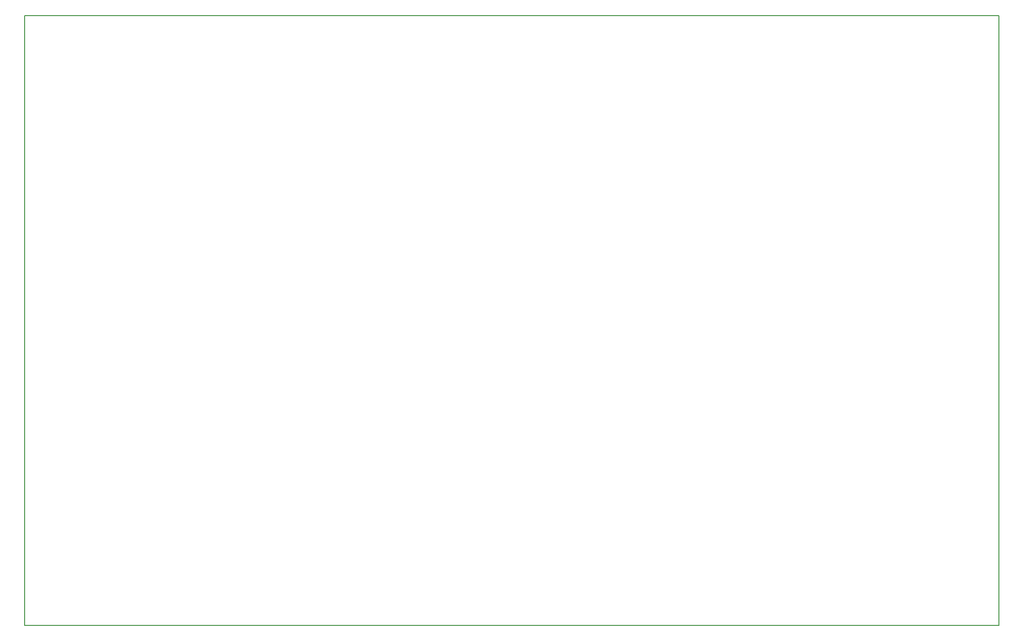
<source format=gm1>
G04 #@! TF.GenerationSoftware,KiCad,Pcbnew,5.1.4-e60b266~84~ubuntu18.04.1*
G04 #@! TF.CreationDate,2019-10-31T19:17:03-04:00*
G04 #@! TF.ProjectId,OSH_Park_2_layer,4f53485f-5061-4726-9b5f-325f6c617965,rev?*
G04 #@! TF.SameCoordinates,Original*
G04 #@! TF.FileFunction,Profile,NP*
%FSLAX46Y46*%
G04 Gerber Fmt 4.6, Leading zero omitted, Abs format (unit mm)*
G04 Created by KiCad (PCBNEW 5.1.4-e60b266~84~ubuntu18.04.1) date 2019-10-31 19:17:03*
%MOMM*%
%LPD*%
G04 APERTURE LIST*
%ADD10C,0.150000*%
G04 APERTURE END LIST*
D10*
X39624000Y-154940000D02*
X39624000Y-153416000D01*
X213868000Y-153416000D02*
X213868000Y-154940000D01*
X39624000Y-153416000D02*
X39624000Y-45720000D01*
X213868000Y-154940000D02*
X39624000Y-154940000D01*
X213868000Y-45720000D02*
X213868000Y-153416000D01*
X212344000Y-45720000D02*
X213868000Y-45720000D01*
X39624000Y-45720000D02*
X212344000Y-45720000D01*
M02*

</source>
